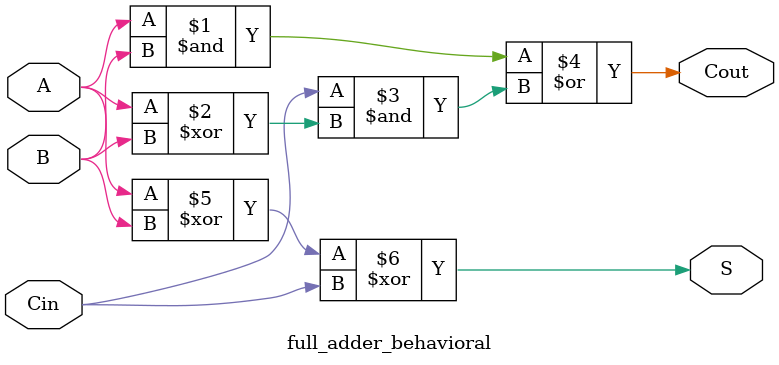
<source format=v>
`timescale 1ns / 1ps

`default_nettype none  ///it is to tell the compiler.. do ot assume any mispelled or undeclared signals...remind the programmer to be aware


module full_adder_behavioral(
    input wire A,B,Cin,
    output wire S,Cout
    );
    
   
    
    assign Cout = (A & B) | ( Cin & (A^B) );
    assign S = A ^ B ^ Cin;
    
endmodule

</source>
